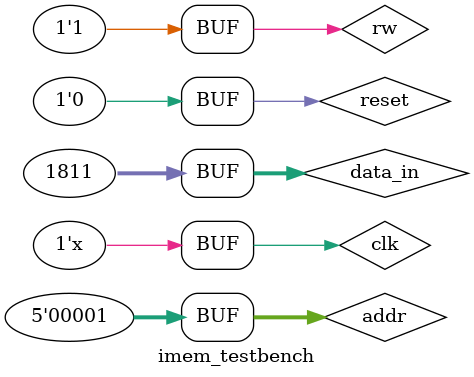
<source format=v>
module imem_testbench;

  wire [31:0] instr;
  reg [4:0] addr;
  reg rw;
  reg [31:0] data_in;
  reg clk; reg reset;
  
  imem imem1(.clk(clk), .reset(reset), .address(addr), .rw(rw), .data_out(instr), .data_in(data_in));
	
	initial clk = 0;
   initial reset = 0;
	always #10 clk = ~clk;
	initial begin
		addr = 5'd1; rw=0; data_in = 32'b00000000000101101000011010010011; #100;
      rw = 1;
		addr = 5'd1; #100;
      reset = 1; #100
      reset = 0;
      rw = 1;
		addr = 5'd1; #100;
      addr = 5'd1; rw=0; data_in = 32'b00000000000000000000011100010011; #100;
      rw = 1;
		addr = 5'd1; #100;
	end
	
endmodule
</source>
